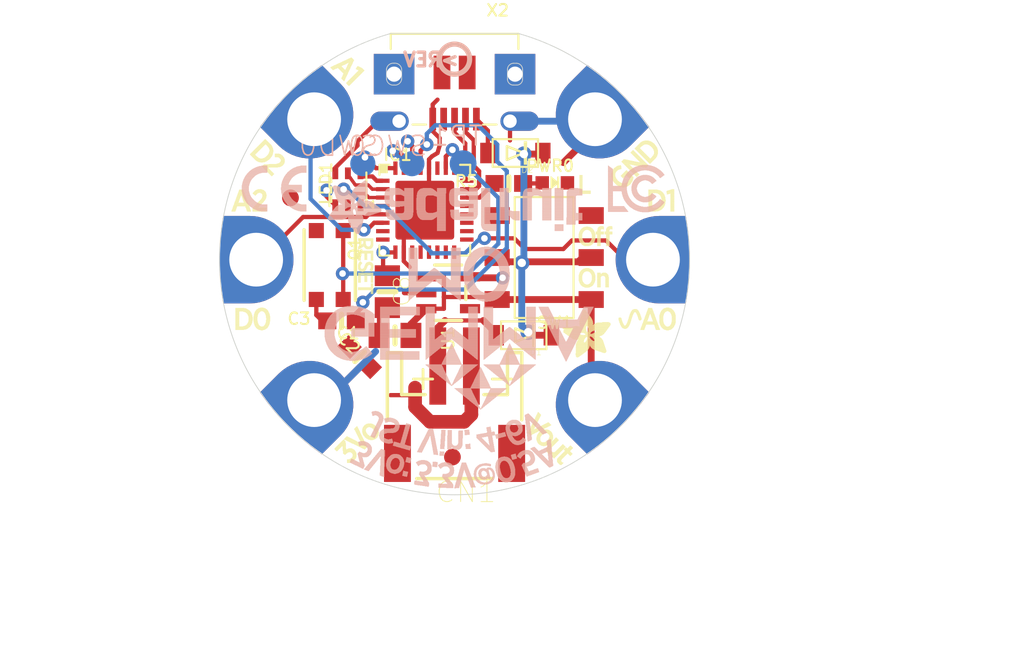
<source format=kicad_pcb>
(kicad_pcb (version 20211014) (generator pcbnew)
  (layers (0 "F.Cu" signal) (1 "In1.Cu" signal) (2 "In2.Cu" signal) (3 "In3.Cu" signal) (4 "In4.Cu" signal) (5 "In5.Cu" signal) (6 "In6.Cu" signal) (7 "In7.Cu" signal) (8 "In8.Cu" signal) (9 "In9.Cu" signal) (10 "In10.Cu" signal) (11 "In11.Cu" signal) (12 "In12.Cu" signal) (13 "In13.Cu" signal) (14 "In14.Cu" signal) (31 "B.Cu" signal) (34 "B.Paste" user) (35 "F.Paste" user) (36 "B.SilkS" user "B.Silkscreen") (37 "F.SilkS" user "F.Silkscreen") (38 "B.Mask" user) (39 "F.Mask" user) (44 "Edge.Cuts" user))
  (net 0 "")
  (net 1 "GND")
  (net 2 "VBUS")
  (net 3 "~{RESET}")
  (net 4 "VBAT")
  (net 5 "D-")
  (net 6 "D+")
  (net 7 "3.3V")
  (net 8 "SWCLK")
  (net 9 "SWDIO")
  (net 10 "D4")
  (net 11 "D3")
  (net 12 "D1_A0")
  (net 13 "VOUT")
  (net 14 "D0_SDA_TX")
  (net 15 "D2_SCL_RX")
  (net 16 "VDDCORE")
  (net 17 "VHIGH")
  (net 18 "D13")
  (net 19 "N$1")
  (footprint "boardEagle:SOD-123FL" (layer "F.Cu") (at 152.1206 98.387005 180)
    (fp_text reference "D2" (at -1.1 -1) (layer "F.SilkS") (effects (font (size 0.376489 0.376489) (thickness 0.029911)) (justify right)))
    (fp_text value "SCHOTTKY")
    (pad "A" smd rect (at 1.6375 0 180) (size 0.91 1.22) (layers "F.Cu" "F.Paste" "F.Mask") (net 2 "VBUS"))
    (pad "C" smd rect (at -1.6375 0 180) (size 0.91 1.22) (layers "F.Cu" "F.Paste" "F.Mask") (net 17 "VHIGH"))
  )
  (footprint "boardEagle:QFN32_5MM" (layer "F.Cu") (at 146.729485 101.789705)
    (fp_text reference "IC1" (at -2.54 -3.298) (layer "F.SilkS") (effects (font (size 0.692831 0.692831) (thickness 0.119969)) (justify left)))
    (fp_text value "ATSAMD21E")
    (pad "1" smd rect (at -2.5 -1.75 90) (size 0.25 0.8) (layers "F.Cu" "F.Paste") (net 11 "D3"))
    (pad "2" smd rect (at -2.5 -1.25 90) (size 0.25 0.8) (layers "F.Cu" "F.Paste") (net 10 "D4"))
    (pad "3" smd rect (at -2.5 -0.75 90) (size 0.25 0.8) (layers "F.Cu" "F.Paste") (net 12 "D1_A0"))
    (pad "4" smd rect (at -2.5 -0.25 90) (size 0.25 0.8) (layers "F.Cu" "F.Paste"))
    (pad "5" smd rect (at -2.5 0.25 90) (size 0.25 0.8) (layers "F.Cu" "F.Paste") (net 14 "D0_SDA_TX"))
    (pad "6" smd rect (at -2.5 0.75 90) (size 0.25 0.8) (layers "F.Cu" "F.Paste") (net 15 "D2_SCL_RX"))
    (pad "7" smd rect (at -2.5 1.25 90) (size 0.25 0.8) (layers "F.Cu" "F.Paste"))
    (pad "8" smd rect (at -2.5 1.75 90) (size 0.25 0.8) (layers "F.Cu" "F.Paste"))
    (pad "9" smd rect (at -1.75 2.5 180) (size 0.25 0.8) (layers "F.Cu" "F.Paste") (net 7 "3.3V"))
    (pad "10" smd rect (at -1.25 2.5 180) (size 0.25 0.8) (layers "F.Cu" "F.Paste") (net 1 "GND"))
    (pad "11" smd rect (at -0.75 2.5 180) (size 0.25 0.8) (layers "F.Cu" "F.Paste"))
    (pad "12" smd rect (at -0.25 2.5 180) (size 0.25 0.8) (layers "F.Cu" "F.Paste"))
    (pad "13" smd rect (at 0.25 2.5 180) (size 0.25 0.8) (layers "F.Cu" "F.Paste"))
    (pad "14" smd rect (at 0.75 2.5 180) (size 0.25 0.8) (layers "F.Cu" "F.Paste"))
    (pad "15" smd rect (at 1.25 2.5 180) (size 0.25 0.8) (layers "F.Cu" "F.Paste"))
    (pad "16" smd rect (at 1.75 2.5 180) (size 0.25 0.8) (layers "F.Cu" "F.Paste"))
    (pad "17" smd rect (at 2.5 1.75 270) (size 0.25 0.8) (layers "F.Cu" "F.Paste"))
    (pad "18" smd rect (at 2.5 1.25 270) (size 0.25 0.8) (layers "F.Cu" "F.Paste"))
    (pad "19" smd rect (at 2.5 0.75 270) (size 0.25 0.8) (layers "F.Cu" "F.Paste"))
    (pad "20" smd rect (at 2.5 0.25 270) (size 0.25 0.8) (layers "F.Cu" "F.Paste"))
    (pad "21" smd rect (at 2.5 -0.25 270) (size 0.25 0.8) (layers "F.Cu" "F.Paste"))
    (pad "22" smd rect (at 2.5 -0.75 270) (size 0.25 0.8) (layers "F.Cu" "F.Paste") (net 18 "D13"))
    (pad "23" smd rect (at 2.5 -1.25 270) (size 0.25 0.8) (layers "F.Cu" "F.Paste") (net 5 "D-"))
    (pad "24" smd rect (at 2.5 -1.75 270) (size 0.25 0.8) (layers "F.Cu" "F.Paste") (net 6 "D+"))
    (pad "25" smd rect (at 1.75 -2.5) (size 0.25 0.8) (layers "F.Cu" "F.Paste"))
    (pad "26" smd rect (at 1.25 -2.5) (size 0.25 0.8) (layers "F.Cu" "F.Paste") (net 3 "~{RESET}"))
    (pad "27" smd rect (at 0.75 -2.5) (size 0.25 0.8) (layers "F.Cu" "F.Paste"))
    (pad "28" smd rect (at 0.25 -2.5) (size 0.25 0.8) (layers "F.Cu" "F.Paste") (net 1 "GND"))
    (pad "29" smd rect (at -0.25 -2.5) (size 0.25 0.8) (layers "F.Cu" "F.Paste") (net 16 "VDDCORE"))
    (pad "30" smd rect (at -0.75 -2.5) (size 0.25 0.8) (layers "F.Cu" "F.Paste") (net 7 "3.3V"))
    (pad "31" smd rect (at -1.25 -2.5) (size 0.25 0.8) (layers "F.Cu" "F.Paste") (net 8 "SWCLK"))
    (pad "32" smd rect (at -1.75 -2.5) (size 0.25 0.8) (layers "F.Cu" "F.Paste") (net 9 "SWDIO"))
    (pad "33" smd roundrect (at 0 0) (size 3.5 3.5) (layers "F.Cu" "F.Mask") (roundrect_rratio 0.05) (net 1 "GND"))
  )
  (footprint "boardEagle:SEWALLI" (layer "F.Cu") (at 140.5001 112.738005 135)
    (fp_text reference "UNK3V3" hide)
    (fp_text value "SEWTAP-ALLIGATOR" hide)
    (fp_poly (pts (xy 1.097845 -2.657662) (xy 1.826708 -2.584729) (xy 2.6035 -2.467646) (xy 2.6035 -0.887081) (xy 2.584633 -0.575169) (xy 2.527959 -0.265914) (xy 2.434423 0.034255) (xy 2.305387 0.320961) (xy 2.142734 0.590022) (xy 1.948834 0.837517) (xy 1.726517 1.059834) (xy 1.479022 1.253734) (xy 1.209961 1.416387) (xy 0.923255 1.545423) (xy 0.623086 1.638959) (xy 0.313831 1.695633) (xy 0 1.714616) (xy -0.313831 1.695633) (xy -0.623086 1.638959) (xy -0.923255 1.545423) (xy -1.209961 1.416387) (xy -1.479022 1.253734) (xy -1.726517 1.059834) (xy -1.948834 0.837517) (xy -2.142734 0.590022) (xy -2.305387 0.320961) (xy -2.434423 0.034255) (xy -2.527959 -0.265914) (xy -2.584633 -0.575169) (xy -2.6035 -0.887081) (xy -2.6035 -2.467646) (xy -1.826708 -2.584729) (xy -1.097845 -2.657662) (xy -0.366252 -2.694174) (xy 0.366252 -2.694174)) (layer "F.Cu") (width 0) (fill solid))
    (fp_poly (pts (xy 1.097845 -2.657662) (xy 1.826708 -2.584729) (xy 2.6035 -2.467646) (xy 2.6035 -0.887081) (xy 2.584633 -0.575169) (xy 2.527959 -0.265914) (xy 2.434423 0.034255) (xy 2.305387 0.320961) (xy 2.142734 0.590022) (xy 1.948834 0.837517) (xy 1.726517 1.059834) (xy 1.479022 1.253734) (xy 1.209961 1.416387) (xy 0.923255 1.545423) (xy 0.623086 1.638959) (xy 0.313831 1.695633) (xy 0 1.714616) (xy -0.313831 1.695633) (xy -0.623086 1.638959) (xy -0.923255 1.545423) (xy -1.209961 1.416387) (xy -1.479022 1.253734) (xy -1.726517 1.059834) (xy -1.948834 0.837517) (xy -2.142734 0.590022) (xy -2.305387 0.320961) (xy -2.434423 0.034255) (xy -2.527959 -0.265914) (xy -2.584633 -0.575169) (xy -2.6035 -0.887081) (xy -2.6035 -2.467646) (xy -1.826708 -2.584729) (xy -1.097845 -2.657662) (xy -0.366252 -2.694174) (xy 0.366252 -2.694174)) (layer "B.Cu") (width 0) (fill solid))
    (pad "P$1" thru_hole circle (at 0 -0.508 135) (size 4.216 4.216) (drill 3.2) (layers *.Cu *.Mask) (net 7 "3.3V"))
  )
  (footprint "boardEagle:APA102_2020" (layer "F.Cu") (at 142.1511 100.546005 90)
    (fp_text reference "LED1" (at -1 -1.3 90) (layer "F.SilkS") (effects (font (size 0.692831 0.692831) (thickness 0.119969)) (justify left)))
    (fp_text value "AP102-2020")
    (pad "1" smd rect (at -0.95 0.75 270) (size 0.7 0.35) (layers "F.Cu" "F.Paste" "F.Mask"))
    (pad "2" smd rect (at -0.95 0 270) (size 0.7 0.35) (layers "F.Cu" "F.Paste" "F.Mask"))
    (pad "3" smd rect (at -0.95 -0.75 270) (size 0.7 0.35) (layers "F.Cu" "F.Paste" "F.Mask") (net 7 "3.3V"))
    (pad "4" smd rect (at 0.95 -0.75 270) (size 0.7 0.35) (layers "F.Cu" "F.Paste" "F.Mask") (net 1 "GND"))
    (pad "5" smd rect (at 0.95 0 270) (size 0.7 0.35) (layers "F.Cu" "F.Paste" "F.Mask") (net 10 "D4"))
    (pad "6" smd rect (at 0.95 0.75 270) (size 0.7 0.35) (layers "F.Cu" "F.Paste" "F.Mask") (net 11 "D3"))
  )
  (footprint "boardEagle:FIDUCIAL_1MM" (layer "F.Cu") (at 138.7331 101.055505 90)
    (fp_text reference "U$1" hide)
    (fp_text value "FIDUCIAL_1MM" hide)
    (pad "1" smd roundrect (at 0 0 90) (size 1 1) (layers "F.Cu" "F.Mask") (roundrect_rratio 0.5))
  )
  (footprint "boardEagle:SEWALLI" (layer "F.Cu") (at 140.5001 96.736005 45)
    (fp_text reference "B2" hide)
    (fp_text value "SEWTAP-ALLIGATOR" hide)
    (fp_poly (pts (xy 1.097845 -2.657662) (xy 1.826708 -2.584729) (xy 2.6035 -2.467646) (xy 2.6035 -0.887081) (xy 2.584633 -0.575169) (xy 2.527959 -0.265914) (xy 2.434423 0.034255) (xy 2.305387 0.320961) (xy 2.142734 0.590022) (xy 1.948834 0.837517) (xy 1.726517 1.059834) (xy 1.479022 1.253734) (xy 1.209961 1.416387) (xy 0.923255 1.545423) (xy 0.623086 1.638959) (xy 0.313831 1.695633) (xy 0 1.714616) (xy -0.313831 1.695633) (xy -0.623086 1.638959) (xy -0.923255 1.545423) (xy -1.209961 1.416387) (xy -1.479022 1.253734) (xy -1.726517 1.059834) (xy -1.948834 0.837517) (xy -2.142734 0.590022) (xy -2.305387 0.320961) (xy -2.434423 0.034255) (xy -2.527959 -0.265914) (xy -2.584633 -0.575169) (xy -2.6035 -0.887081) (xy -2.6035 -2.467646) (xy -1.826708 -2.584729) (xy -1.097845 -2.657662) (xy -0.366252 -2.694174) (xy 0.366252 -2.694174)) (layer "F.Cu") (width 0) (fill solid))
    (fp_poly (pts (xy 1.097845 -2.657662) (xy 1.826708 -2.584729) (xy 2.6035 -2.467646) (xy 2.6035 -0.887081) (xy 2.584633 -0.575169) (xy 2.527959 -0.265914) (xy 2.434423 0.034255) (xy 2.305387 0.320961) (xy 2.142734 0.590022) (xy 1.948834 0.837517) (xy 1.726517 1.059834) (xy 1.479022 1.253734) (xy 1.209961 1.416387) (xy 0.923255 1.545423) (xy 0.623086 1.638959) (xy 0.313831 1.695633) (xy 0 1.714616) (xy -0.313831 1.695633) (xy -0.623086 1.638959) (xy -0.923255 1.545423) (xy -1.209961 1.416387) (xy -1.479022 1.253734) (xy -1.726517 1.059834) (xy -1.948834 0.837517) (xy -2.142734 0.590022) (xy -2.305387 0.320961) (xy -2.434423 0.034255) (xy -2.527959 -0.265914) (xy -2.584633 -0.575169) (xy -2.6035 -0.887081) (xy -2.6035 -2.467646) (xy -1.826708 -2.584729) (xy -1.097845 -2.657662) (xy -0.366252 -2.694174) (xy 0.366252 -2.694174)) (layer "B.Cu") (width 0) (fill solid))
    (pad "P$1" thru_hole circle (at 0 -0.508 45) (size 4.216 4.216) (drill 3.2) (layers *.Cu *.Mask) (net 15 "D2_SCL_RX"))
  )
  (footprint "boardEagle:SEWALLI" (layer "F.Cu") (at 156.5021 96.736005 -45)
    (fp_text reference "GND0" hide)
    (fp_text value "SEWTAP-ALLIGATOR" hide)
    (fp_poly (pts (xy 1.097845 -2.657662) (xy 1.826708 -2.584729) (xy 2.6035 -2.467646) (xy 2.6035 -0.887081) (xy 2.584633 -0.575169) (xy 2.527959 -0.265914) (xy 2.434423 0.034255) (xy 2.305387 0.320961) (xy 2.142734 0.590022) (xy 1.948834 0.837517) (xy 1.726517 1.059834) (xy 1.479022 1.253734) (xy 1.209961 1.416387) (xy 0.923255 1.545423) (xy 0.623086 1.638959) (xy 0.313831 1.695633) (xy 0 1.714616) (xy -0.313831 1.695633) (xy -0.623086 1.638959) (xy -0.923255 1.545423) (xy -1.209961 1.416387) (xy -1.479022 1.253734) (xy -1.726517 1.059834) (xy -1.948834 0.837517) (xy -2.142734 0.590022) (xy -2.305387 0.320961) (xy -2.434423 0.034255) (xy -2.527959 -0.265914) (xy -2.584633 -0.575169) (xy -2.6035 -0.887081) (xy -2.6035 -2.467646) (xy -1.826708 -2.584729) (xy -1.097845 -2.657662) (xy -0.366252 -2.694174) (xy 0.366252 -2.694174)) (layer "F.Cu") (width 0) (fill solid))
    (fp_poly (pts (xy 1.097845 -2.657662) (xy 1.826708 -2.584729) (xy 2.6035 -2.467646) (xy 2.6035 -0.887081) (xy 2.584633 -0.575169) (xy 2.527959 -0.265914) (xy 2.434423 0.034255) (xy 2.305387 0.320961) (xy 2.142734 0.590022) (xy 1.948834 0.837517) (xy 1.726517 1.059834) (xy 1.479022 1.253734) (xy 1.209961 1.416387) (xy 0.923255 1.545423) (xy 0.623086 1.638959) (xy 0.313831 1.695633) (xy 0 1.714616) (xy -0.313831 1.695633) (xy -0.623086 1.638959) (xy -0.923255 1.545423) (xy -1.209961 1.416387) (xy -1.479022 1.253734) (xy -1.726517 1.059834) (xy -1.948834 0.837517) (xy -2.142734 0.590022) (xy -2.305387 0.320961) (xy -2.434423 0.034255) (xy -2.527959 -0.265914) (xy -2.584633 -0.575169) (xy -2.6035 -0.887081) (xy -2.6035 -2.467646) (xy -1.826708 -2.584729) (xy -1.097845 -2.657662) (xy -0.366252 -2.694174) (xy 0.366252 -2.694174)) (layer "B.Cu") (width 0) (fill solid))
    (pad "P$1" thru_hole circle (at 0 -0.508 315) (size 4.216 4.216) (drill 3.2) (layers *.Cu *.Mask) (net 1 "GND"))
  )
  (footprint "boardEagle:BTN_KMR2_4.6X2.8" (layer "F.Cu") (at 141.0716 105.054505 -90)
    (fp_text reference "Q1" (at -1.732 -1.503 90) (layer "F.SilkS") (effects (font (size 0.692831 0.692831) (thickness 0.119969)) (justify right)))
    (fp_text value "reset")
    (pad "A" smd rect (at 2.05 -0.8 270) (size 0.9 0.9) (layers "F.Cu" "F.Paste" "F.Mask") (net 3 "~{RESET}"))
    (pad "A'" smd rect (at -2.05 -0.8 270) (size 0.9 0.9) (layers "F.Cu" "F.Paste" "F.Mask") (net 3 "~{RESET}"))
    (pad "B" smd rect (at 2.05 0.8 270) (size 0.9 0.9) (layers "F.Cu" "F.Paste" "F.Mask") (net 1 "GND"))
    (pad "B'" smd rect (at -2.05 0.8 270) (size 0.9 0.9) (layers "F.Cu" "F.Paste" "F.Mask") (net 1 "GND"))
  )
  (footprint "boardEagle:EG1390" (layer "F.Cu") (at 153.8351 104.610005 90)
    (fp_text reference "SW1" (at -3.886 1.764) (layer "F.SilkS") (effects (font (size 0.692831 0.692831) (thickness 0.119969)) (justify right)))
    (fp_text value "EG1218")
    (pad "" np_thru_hole circle (at -1.5 0 90) (size 1 1) (drill 1) (layers *.Cu *.Mask))
    (pad "" np_thru_hole circle (at 1.5 0 90) (size 1 1) (drill 1) (layers *.Cu *.Mask))
    (pad "O1" smd rect (at -2.5 -2.8 90) (size 1 1.5) (layers "F.Cu" "F.Paste" "F.Mask") (net 13 "VOUT"))
    (pad "O2" smd rect (at -2.5 2.8 90) (size 1 1.5) (layers "F.Cu" "F.Paste" "F.Mask") (net 13 "VOUT"))
    (pad "P1" smd rect (at 0 -2.8 90) (size 1 1.5) (layers "F.Cu" "F.Paste" "F.Mask") (net 17 "VHIGH"))
    (pad "P2" smd rect (at 0 2.8 90) (size 1 1.5) (layers "F.Cu" "F.Paste" "F.Mask") (net 17 "VHIGH"))
    (pad "S1" smd rect (at 2.5 -2.8 90) (size 1 1.5) (layers "F.Cu" "F.Paste" "F.Mask"))
    (pad "S2" smd rect (at 2.5 2.8 90) (size 1 1.5) (layers "F.Cu" "F.Paste" "F.Mask"))
  )
  (footprint "boardEagle:0603-NO" (layer "F.Cu") (at 151.731893 100.199015 180)
    (fp_text reference "R5" (at 1.778 0.127003) (layer "F.SilkS") (effects (font (size 0.692831 0.692831) (thickness 0.119969)) (justify right)))
    (fp_text value "1K")
    (pad "1" smd rect (at -0.85 0 180) (size 1.075 1) (layers "F.Cu" "F.Paste" "F.Mask") (net 19 "N$1"))
    (pad "2" smd rect (at 0.85 0 180) (size 1.075 1) (layers "F.Cu" "F.Paste" "F.Mask") (net 18 "D13"))
  )
  (footprint "boardEagle:SOD-123FL" (layer "F.Cu") (at 152.6191 109.236005 180)
    (fp_text reference "D1" (at -1.1 -1) (layer "F.SilkS") (effects (font (size 0.376489 0.376489) (thickness 0.029911)) (justify right)))
    (fp_text value "SCHOTTKY")
    (pad "A" smd rect (at 1.6375 0 180) (size 0.91 1.22) (layers "F.Cu" "F.Paste" "F.Mask") (net 4 "VBAT"))
    (pad "C" smd rect (at -1.6375 0 180) (size 0.91 1.22) (layers "F.Cu" "F.Paste" "F.Mask") (net 17 "VHIGH"))
  )
  (footprint "boardEagle:SOT23-5" (layer "F.Cu") (at 148.1201 106.705505 -90)
    (fp_text reference "U1" (at 1.978 0 90) (layer "F.SilkS") (effects (font (size 0.692831 0.692831) (thickness 0.119969)) (justify right)))
    (fp_text value "AP2112K-3.3")
    (pad "1" smd rect (at -0.95 1.3001 270) (size 0.55 1.2) (layers "F.Cu" "F.Paste" "F.Mask") (net 13 "VOUT"))
    (pad "2" smd rect (at 0 1.3001 270) (size 0.55 1.2) (layers "F.Cu" "F.Paste" "F.Mask") (net 1 "GND"))
    (pad "3" smd rect (at 0.95 1.3001 270) (size 0.55 1.2) (layers "F.Cu" "F.Paste" "F.Mask") (net 13 "VOUT"))
    (pad "4" smd rect (at 0.95 -1.3001 270) (size 0.55 1.2) (layers "F.Cu" "F.Paste" "F.Mask"))
    (pad "5" smd rect (at -0.95 -1.3001 270) (size 0.55 1.2) (layers "F.Cu" "F.Paste" "F.Mask") (net 7 "3.3V"))
  )
  (footprint "boardEagle:0805-NO" (layer "F.Cu") (at 144.5006 106.642005 -90)
    (fp_text reference "C8" (at -1 -0.875 90) (layer "F.SilkS") (effects (font (size 0.96268 0.96268) (thickness 0.05332)) (justify right)))
    (fp_text value "10uF")
    (pad "1" smd rect (at -0.95 0 270) (size 1.24 1.5) (layers "F.Cu" "F.Paste" "F.Mask") (net 7 "3.3V"))
    (pad "2" smd rect (at 0.95 0 270) (size 1.24 1.5) (layers "F.Cu" "F.Paste" "F.Mask") (net 1 "GND"))
  )
  (footprint "boardEagle:4UCONN_20329_V2" (layer "F.Cu") (at 148.5011 95.593005 180)
    (fp_text reference "X2" (at -3.31 5.699) (layer "F.SilkS") (effects (font (size 0.692831 0.692831) (thickness 0.119969)) (justify right)))
    (fp_text value "MicroUSB")
    (fp_line (start 4.05 1.6) (end 4.05 2.2) (layer "Edge.Cuts") (width 0.05))
    (fp_line (start -3.15 1.6) (end -3.15 2.15) (layer "Edge.Cuts") (width 0.05))
    (fp_line (start 3.15 2.2) (end 3.15 1.6) (layer "Edge.Cuts") (width 0.05))
    (fp_line (start -3.7 1.25) (end -3.5 1.25) (layer "Edge.Cuts") (width 0.05))
    (fp_line (start -3.5 2.55) (end -3.7 2.55) (layer "Edge.Cuts") (width 0.05))
    (fp_line (start -4.05 2.15) (end -4.05 1.6) (layer "Edge.Cuts") (width 0.05))
    (fp_arc (start -3.7 2.55) (mid -3.957843 2.422487) (end -4.05 2.15) (layer "Edge.Cuts") (width 0.05))
    (fp_arc (start 3.15 1.6) (mid 3.302513 1.331802) (end 3.6 1.25) (layer "Edge.Cuts") (width 0.05))
    (fp_arc (start 4.05 2.2) (mid 3.897487 2.468198) (end 3.6 2.55) (layer "Edge.Cuts") (width 0.05))
    (fp_arc (start 3.6 1.25) (mid 3.897487 1.331802) (end 4.05 1.6) (layer "Edge.Cuts") (width 0.05))
    (fp_arc (start -3.5 1.25) (mid -3.252513 1.352513) (end -3.15 1.6) (layer "Edge.Cuts") (width 0.05))
    (fp_arc (start -3.15 2.15) (mid -3.242157 2.422487) (end -3.5 2.55) (layer "Edge.Cuts") (width 0.05))
    (fp_arc (start 3.6 2.55) (mid 3.302513 2.468198) (end 3.15 2.2) (layer "Edge.Cuts") (width 0.05))
    (fp_arc (start -4.05 1.6) (mid -3.947487 1.352513) (end -3.7 1.25) (layer "Edge.Cuts") (width 0.05))
    (pad "" np_thru_hole circle (at 1.95 0 180) (size 0.7 0.7) (drill 0.7) (layers *.Cu *.Mask))
    (pad "" np_thru_hole circle (at -1.95 0 180) (size 0.7 0.7) (drill 0.7) (layers *.Cu *.Mask))
    (pad "BASE@1" smd rect (at -0.75 2 270) (size 2 1) (layers "F.Cu" "F.Paste" "F.Mask") (net 1 "GND"))
    (pad "BASE@2" smd rect (at 0.75 2 270) (size 2 1) (layers "F.Cu" "F.Paste" "F.Mask") (net 1 "GND"))
    (pad "D+" smd rect (at 0 -0.775 180) (size 0.4 1.35) (layers "F.Cu") (net 6 "D+"))
    (pad "D-" smd rect (at -0.65 -0.775 180) (size 0.4 1.35) (layers "F.Cu") (net 5 "D-"))
    (pad "GND" smd rect (at 1.3 -0.775 180) (size 0.4 1.35) (layers "F.Cu") (net 1 "GND"))
    (pad "ID" smd rect (at 0.65 -0.775 180) (size 0.4 1.35) (layers "F.Cu"))
    (pad "SPRT@1" thru_hole oval (at -3.3 -0.9) (size 2.286 1.143) (drill 0.8 (offset 0.5715 0)) (layers *.Cu *.Mask) (net 1 "GND"))
    (pad "SPRT@2" thru_hole oval (at 3.3 -0.9 180) (size 2.286 1.143) (drill 0.8 (offset 0.5715 0)) (layers *.Cu *.Mask) (net 1 "GND"))
    (pad "SPRT@3" thru_hole rect (at -3.6 1.9 270) (size 2.413 2.413) (drill 0.9) (layers *.Cu *.Mask) (net 1 "GND"))
    (pad "SPRT@4" thru_hole rect (at 3.6 1.9 270) (size 2.413 2.413) (drill 0.9) (layers *.Cu *.Mask) (net 1 "GND"))
    (pad "VBUS" smd rect (at -1.3 -0.775 180) (size 0.4 1.35) (layers "F.Cu") (net 2 "VBUS"))
  )
  (footprint "boardEagle:0603-NO" (layer "F.Cu") (at 141.773294 108.379614 180)
    (fp_text reference "C3" (at 1.778 0.127) (layer "F.SilkS") (effects (font (size 0.692831 0.692831) (thickness 0.119969)) (justify right)))
    (fp_text value "1uF")
    (pad "1" smd rect (at -0.85 0 180) (size 1.075 1) (layers "F.Cu" "F.Paste" "F.Mask") (net 16 "VDDCORE"))
    (pad "2" smd rect (at 0.85 0 180) (size 1.075 1) (layers "F.Cu" "F.Paste" "F.Mask") (net 1 "GND"))
  )
  (footprint "boardEagle:SEWALLI" (layer "F.Cu") (at 159.8041 104.737005 -90)
    (fp_text reference "B1" hide)
    (fp_text value "SEWTAP-ALLIGATOR" hide)
    (fp_poly (pts (xy 1.097845 -2.657662) (xy 1.826708 -2.584729) (xy 2.6035 -2.467646) (xy 2.6035 -0.887081) (xy 2.584633 -0.575169) (xy 2.527959 -0.265914) (xy 2.434423 0.034255) (xy 2.305387 0.320961) (xy 2.142734 0.590022) (xy 1.948834 0.837517) (xy 1.726517 1.059834) (xy 1.479022 1.253734) (xy 1.209961 1.416387) (xy 0.923255 1.545423) (xy 0.623086 1.638959) (xy 0.313831 1.695633) (xy 0 1.714616) (xy -0.313831 1.695633) (xy -0.623086 1.638959) (xy -0.923255 1.545423) (xy -1.209961 1.416387) (xy -1.479022 1.253734) (xy -1.726517 1.059834) (xy -1.948834 0.837517) (xy -2.142734 0.590022) (xy -2.305387 0.320961) (xy -2.434423 0.034255) (xy -2.527959 -0.265914) (xy -2.584633 -0.575169) (xy -2.6035 -0.887081) (xy -2.6035 -2.467646) (xy -1.826708 -2.584729) (xy -1.097845 -2.657662) (xy -0.366252 -2.694174) (xy 0.366252 -2.694174)) (layer "F.Cu") (width 0) (fill solid))
    (fp_poly (pts (xy 1.097845 -2.657662) (xy 1.826708 -2.584729) (xy 2.6035 -2.467646) (xy 2.6035 -0.887081) (xy 2.584633 -0.575169) (xy 2.527959 -0.265914) (xy 2.434423 0.034255) (xy 2.305387 0.320961) (xy 2.142734 0.590022) (xy 1.948834 0.837517) (xy 1.726517 1.059834) (xy 1.479022 1.253734) (xy 1.209961 1.416387) (xy 0.923255 1.545423) (xy 0.623086 1.638959) (xy 0.313831 1.695633) (xy 0 1.714616) (xy -0.313831 1.695633) (xy -0.623086 1.638959) (xy -0.923255 1.545423) (xy -1.209961 1.416387) (xy -1.479022 1.253734) (xy -1.726517 1.059834) (xy -1.948834 0.837517) (xy -2.142734 0.590022) (xy -2.305387 0.320961) (xy -2.434423 0.034255) (xy -2.527959 -0.265914) (xy -2.584633 -0.575169) (xy -2.6035 -0.887081) (xy -2.6035 -2.467646) (xy -1.826708 -2.584729) (xy -1.097845 -2.657662) (xy -0.366252 -2.694174) (xy 0.366252 -2.694174)) (layer "B.Cu") (width 0) (fill solid))
    (pad "P$1" thru_hole circle (at 0 -0.508 270) (size 4.216 4.216) (drill 3.2) (layers *.Cu *.Mask) (net 12 "D1_A0"))
  )
  (footprint "boardEagle:0805-NO" (layer "F.Cu") (at 144.9546 109.245505 180)
    (fp_text reference "C1" (at 2.032 0.127) (layer "F.SilkS") (effects (font (size 0.692831 0.692831) (thickness 0.119969)) (justify right)))
    (fp_text value "10uF")
    (pad "1" smd rect (at -0.95 0 180) (size 1.24 1.5) (layers "F.Cu" "F.Paste" "F.Mask") (net 13 "VOUT"))
    (pad "2" smd rect (at 0.95 0 180) (size 1.24 1.5) (layers "F.Cu" "F.Paste" "F.Mask") (net 1 "GND"))
  )
  (footprint "boardEagle:JSTPH2" (layer "F.Cu") (at 148.5011 114.770005 180)
    (fp_text reference "CN1" (at -2.54 -3.81) (layer "F.SilkS") (effects (font (size 1.21668 1.21668) (thickness 0.05332)) (justify right)))
    (fp_text value "JST-PH")
    (pad "1" smd rect (at -1 3.7 180) (size 1 4.6) (layers "F.Cu" "F.Paste" "F.Mask") (net 1 "GND"))
    (pad "2" smd rect (at 1 3.7 180) (size 1 4.6) (layers "F.Cu" "F.Paste" "F.Mask") (net 4 "VBAT"))
    (pad "NC1" smd rect (at -3.4 -1.5 270) (size 3.4 1.6) (layers "F.Cu" "F.Paste" "F.Mask"))
    (pad "NC2" smd rect (at 3.4 -1.5 270) (size 3.4 1.6) (layers "F.Cu" "F.Paste" "F.Mask"))
  )
  (footprint "boardEagle:SEWALLI" (layer "F.Cu") (at 156.5021 112.738005 -135)
    (fp_text reference "VBAT0" hide)
    (fp_text value "SEWTAP-ALLIGATOR" hide)
    (fp_poly (pts (xy 1.097845 -2.657662) (xy 1.826708 -2.584729) (xy 2.6035 -2.467646) (xy 2.6035 -0.887081) (xy 2.584633 -0.575169) (xy 2.527959 -0.265914) (xy 2.434423 0.034255) (xy 2.305387 0.320961) (xy 2.142734 0.590022) (xy 1.948834 0.837517) (xy 1.726517 1.059834) (xy 1.479022 1.253734) (xy 1.209961 1.416387) (xy 0.923255 1.545423) (xy 0.623086 1.638959) (xy 0.313831 1.695633) (xy 0 1.714616) (xy -0.313831 1.695633) (xy -0.623086 1.638959) (xy -0.923255 1.545423) (xy -1.209961 1.416387) (xy -1.479022 1.253734) (xy -1.726517 1.059834) (xy -1.948834 0.837517) (xy -2.142734 0.590022) (xy -2.305387 0.320961) (xy -2.434423 0.034255) (xy -2.527959 -0.265914) (xy -2.584633 -0.575169) (xy -2.6035 -0.887081) (xy -2.6035 -2.467646) (xy -1.826708 -2.584729) (xy -1.097845 -2.657662) (xy -0.366252 -2.694174) (xy 0.366252 -2.694174)) (layer "F.Cu") (width 0) (fill solid))
    (fp_poly (pts (xy 1.097845 -2.657662) (xy 1.826708 -2.584729) (xy 2.6035 -2.467646) (xy 2.6035 -0.887081) (xy 2.584633 -0.575169) (xy 2.527959 -0.265914) (xy 2.434423 0.034255) (xy 2.305387 0.320961) (xy 2.142734 0.590022) (xy 1.948834 0.837517) (xy 1.726517 1.059834) (xy 1.479022 1.253734) (xy 1.209961 1.416387) (xy 0.923255 1.545423) (xy 0.623086 1.638959) (xy 0.313831 1.695633) (xy 0 1.714616) (xy -0.313831 1.695633) (xy -0.623086 1.638959) (xy -0.923255 1.545423) (xy -1.209961 1.416387) (xy -1.479022 1.253734) (xy -1.726517 1.059834) (xy -1.948834 0.837517) (xy -2.142734 0.590022) (xy -2.305387 0.320961) (xy -2.434423 0.034255) (xy -2.527959 -0.265914) (xy -2.584633 -0.575169) (xy -2.6035 -0.887081) (xy -2.6035 -2.467646) (xy -1.826708 -2.584729) (xy -1.097845 -2.657662) (xy -0.366252 -2.694174) (xy 0.366252 -2.694174)) (layer "B.Cu") (width 0) (fill solid))
    (pad "P$1" thru_hole circle (at 0 -0.508 225) (size 4.216 4.216) (drill 3.2) (layers *.Cu *.Mask) (net 13 "VOUT"))
  )
  (footprint "boardEagle:GEMMA_M0_TOP" (layer "F.Cu") (at 134.5311 118.707005)
    (fp_text reference "U$8" hide)
    (fp_text value "" hide)
  )
  (footprint "boardEagle:SEWALLI" (layer "F.Cu") (at 137.1981 104.737005 90)
    (fp_text reference "B0" hide)
    (fp_text value "SEWTAP-ALLIGATOR" hide)
    (fp_poly (pts (xy 1.097845 -2.657662) (xy 1.826708 -2.584729) (xy 2.6035 -2.467646) (xy 2.6035 -0.887081) (xy 2.584633 -0.575169) (xy 2.527959 -0.265914) (xy 2.434423 0.034255) (xy 2.305387 0.320961) (xy 2.142734 0.590022) (xy 1.948834 0.837517) (xy 1.726517 1.059834) (xy 1.479022 1.253734) (xy 1.209961 1.416387) (xy 0.923255 1.545423) (xy 0.623086 1.638959) (xy 0.313831 1.695633) (xy 0 1.714616) (xy -0.313831 1.695633) (xy -0.623086 1.638959) (xy -0.923255 1.545423) (xy -1.209961 1.416387) (xy -1.479022 1.253734) (xy -1.726517 1.059834) (xy -1.948834 0.837517) (xy -2.142734 0.590022) (xy -2.305387 0.320961) (xy -2.434423 0.034255) (xy -2.527959 -0.265914) (xy -2.584633 -0.575169) (xy -2.6035 -0.887081) (xy -2.6035 -2.467646) (xy -1.826708 -2.584729) (xy -1.097845 -2.657662) (xy -0.366252 -2.694174) (xy 0.366252 -2.694174)) (layer "F.Cu") (width 0) (fill solid))
    (fp_poly (pts (xy 1.097845 -2.657662) (xy 1.826708 -2.584729) (xy 2.6035 -2.467646) (xy 2.6035 -0.887081) (xy 2.584633 -0.575169) (xy 2.527959 -0.265914) (xy 2.434423 0.034255) (xy 2.305387 0.320961) (xy 2.142734 0.590022) (xy 1.948834 0.837517) (xy 1.726517 1.059834) (xy 1.479022 1.253734) (xy 1.209961 1.416387) (xy 0.923255 1.545423) (xy 0.623086 1.638959) (xy 0.313831 1.695633) (xy 0 1.714616) (xy -0.313831 1.695633) (xy -0.623086 1.638959) (xy -0.923255 1.545423) (xy -1.209961 1.416387) (xy -1.479022 1.253734) (xy -1.726517 1.059834) (xy -1.948834 0.837517) (xy -2.142734 0.590022) (xy -2.305387 0.320961) (xy -2.434423 0.034255) (xy -2.527959 -0.265914) (xy -2.584633 -0.575169) (xy -2.6035 -0.887081) (xy -2.6035 -2.467646) (xy -1.826708 -2.584729) (xy -1.097845 -2.657662) (xy -0.366252 -2.694174) (xy 0.366252 -2.694174)) (layer "B.Cu") (width 0) (fill solid))
    (pad "P$1" thru_hole circle (at 0 -0.508 90) (size 4.216 4.216) (drill 3.2) (layers *.Cu *.Mask) (net 14 "D0_SDA_TX"))
  )
  (footprint "boardEagle:FIDUCIAL_1MM" (layer "F.Cu") (at 148.3741 116.487505)
    (fp_text reference "U$6" hide)
    (fp_text value "FIDUCIAL_1MM" hide)
    (pad "1" smd roundrect (at 0 0) (size 1 1) (layers "F.Cu" "F.Mask") (roundrect_rratio 0.5))
  )
  (footprint "boardEagle:0603-NO" (layer "F.Cu") (at 142.8496 110.515505 135)
    (fp_text reference "C2" (at 1.778 0.127008 -45) (layer "F.SilkS") (effects (font (size 0.692831 0.692831) (thickness 0.119969)) (justify left)))
    (fp_text value "1uF")
    (pad "1" smd rect (at -0.85 0 135) (size 1.075 1) (layers "F.Cu" "F.Paste" "F.Mask") (net 7 "3.3V"))
    (pad "2" smd rect (at 0.85 0 135) (size 1.075 1) (layers "F.Cu" "F.Paste" "F.Mask") (net 1 "GND"))
  )
  (footprint "boardEagle:CHIPLED_0603_NOOUTLINE" (layer "F.Cu") (at 154.4701 100.165005 -90)
    (fp_text reference "PWR0" (at -1.016 1.778) (layer "F.SilkS") (effects (font (size 0.692831 0.692831) (thickness 0.119969)) (justify left)))
    (fp_text value "red")
    (pad "A" smd rect (at 0 0.75 270) (size 0.8 0.8) (layers "F.Cu" "F.Paste" "F.Mask") (net 19 "N$1"))
    (pad "C" smd rect (at 0 -0.75 270) (size 0.8 0.8) (layers "F.Cu" "F.Paste" "F.Mask") (net 1 "GND"))
  )
  (footprint "boardEagle:TP16R" (layer "B.Cu") (at 149.0091 99.022005 180)
    (fp_text reference "TP1" (at -1.27 1.651) (layer "B.SilkS") (effects (font (size 1.15316 1.15316) (thickness 0.11684)) (justify left mirror)))
    (fp_text value "TPTP16R")
    (pad "TP" smd roundrect (at 0 0 180) (size 1.6 1.6) (layers "B.Cu" "B.Mask") (roundrect_rratio 0.5) (net 3 "~{RESET}"))
  )
  (footprint "boardEagle:PCBFEAT-REV-040" (layer "B.Cu") (at 148.5011 92.799005 180)
    (fp_text reference "U$10" hide)
    (fp_text value "" hide)
    (fp_text user ">REV" (at -0.3556 -0.508) (layer "B.SilkS") (effects (font (size 0.8128 0.8128) (thickness 0.2032)) (justify left bottom mirror)))
  )
  (footprint "boardEagle:GEMMA_M0_BOTTOM" (layer "B.Cu") (at 134.5311 91.402005)
    (fp_text reference "U$7" hide)
    (fp_text value "" hide)
  )
  (footprint "boardEagle:TP15R" (layer "B.Cu") (at 145.9611 99.022005 180)
    (fp_text reference "SWC0" (at -1 1.05) (layer "B.SilkS") (effects (font (size 1.176528 1.176528) (thickness 0.093472)) (justify left mirror)))
    (fp_text value "TPTP15R")
    (pad "TP" smd roundrect (at 0 0 180) (size 1.5 1.5) (layers "B.Cu" "B.Mask") (roundrect_rratio 0.5) (net 8 "SWCLK"))
  )
  (footprint "boardEagle:TP15R" (layer "B.Cu") (at 143.0401 99.022005 180)
    (fp_text reference "SWD0" (at -1 1.05) (layer "B.SilkS") (effects (font (size 1.176528 1.176528) (thickness 0.093472)) (justify left mirror)))
    (fp_text value "TPTP15R")
    (pad "TP" smd roundrect (at 0 0 180) (size 1.5 1.5) (layers "B.Cu" "B.Mask") (roundrect_rratio 0.5) (net 9 "SWDIO"))
  )
  (gr_line (start 144.6911 91.275005) (end 152.3111 91.275005) (layer "Edge.Cuts") (width 0.05))
  (gr_arc (start 152.3111 91.275005) (mid 148.5011 118.732194) (end 144.6911 91.275005) (layer "Edge.Cuts") (width 0.05))
  (gr_text "-" (at 150.2791 112.611005) (layer "F.SilkS") (effects (font (size 1.50876 1.50876) (thickness 0.16764)) (justify left bottom)))
  (gr_text "+" (at 145.5801 112.611005) (layer "F.SilkS") (effects (font (size 1.50876 1.50876) (thickness 0.16764)) (justify left bottom)))
  (segment (start 147.2011 97.087005) (end 147.2011 96.368005) (width 0.254) (layer "F.Cu") (net 1))
  (segment (start 140.2716 108.035005) (end 140.61621 108.379614) (width 0.254) (layer "F.Cu") (net 1))
  (segment (start 147.1676 98.577505) (end 146.979485 98.765621) (width 0.254) (layer "F.Cu") (net 1))
  (segment (start 156.861309 97.075296) (end 156.861309 96.376796) (width 0.4064) (layer "F.Cu") (net 1))
  (segment (start 147.4851 98.387005) (end 147.1676 98.577505) (width 0.254) (layer "F.Cu") (net 1))
  (segment (start 149.5011 111.070005) (end 149.5011 113.960505) (width 0.8128) (layer "F.Cu") (net 1))
  (segment (start 145.479485 104.289705) (end 145.479485 104.826889) (width 0.254) (layer "F.Cu") (net 1))
  (segment (start 140.61621 108.379614) (end 140.923294 108.379614) (width 0.254) (layer "F.Cu") (net 1))
  (segment (start 142.7226 97.688505) (end 143.9181 96.493005) (width 0.254) (layer "F.Cu") (net 1))
  (segment (start 144.2466 107.592005) (end 144.5006 107.592005) (width 0.254) (layer "F.Cu") (net 1))
  (segment (start 143.9181 96.493005) (end 145.2011 96.493005) (width 0.254) (layer "F.Cu") (net 1))
  (segment (start 146.979485 99.289705) (end 146.979485 101.476205) (width 0.254) (layer "F.Cu") (net 1))
  (segment (start 145.479485 104.826889) (end 145.8341 105.181505) (width 0.254) (layer "F.Cu") (net 1))
  (segment (start 146.1516 112.801505) (end 146.1516 112.357005) (width 0.8128) (layer "F.Cu") (net 1))
  (segment (start 147.6121 97.498005) (end 147.2011 97.087005) (width 0.254) (layer "F.Cu") (net 1))
  (segment (start 147.2011 95.496005) (end 147.4851 95.212005) (width 0.254) (layer "F.Cu") (net 1))
  (segment (start 145.5141 106.705505) (end 146.82 106.705505) (width 0.3048) (layer "F.Cu") (net 1))
  (segment (start 141.4011 99.264005) (end 141.4011 99.596005) (width 0.254) (layer "F.Cu") (net 1))
  (segment (start 147.6121 97.942505) (end 147.6121 97.498005) (width 0.254) (layer "F.Cu") (net 1))
  (segment (start 149.0726 114.389005) (end 147.0406 114.389005) (width 0.8128) (layer "F.Cu") (net 1))
  (segment (start 144.0046 109.245505) (end 144.0046 107.834005) (width 0.254) (layer "F.Cu") (net 1))
  (segment (start 146.979485 101.476205) (end 146.729485 101.726205) (width 0.254) (layer "F.Cu") (net 1))
  (segment (start 145.479485 102.976205) (end 146.729485 101.726205) (width 0.254) (layer "F.Cu") (net 1))
  (segment (start 146.729485 101.726205) (end 146.729485 101.789705) (width 0.254) (layer "F.Cu") (net 1))
  (segment (start 142.7226 97.942505) (end 142.7226 97.688505) (width 0.254) (layer "F.Cu") (net 1))
  (segment (start 145.2011 96.611005) (end 145.2011 96.493005) (width 0.254) (layer "F.Cu") (net 1))
  (segment (start 149.5011 113.960505) (end 149.0726 114.389005) (width 0.8128) (layer "F.Cu") (net 1))
  (segment (start 147.2011 96.368005) (end 147.2011 95.496005) (width 0.254) (layer "F.Cu") (net 1))
  (segment (start 146.1516 113.500005) (end 146.1516 112.801505) (width 0.8128) (layer "F.Cu") (net 1))
  (segment (start 151.8011 96.493005) (end 151.917309 96.376796) (width 0.254) (layer "F.Cu") (net 1))
  (segment (start 147.0406 114.389005) (end 146.1516 113.500005) (width 0.8128) (layer "F.Cu") (net 1))
  (segment (start 145.479485 104.289705) (end 145.479485 102.976205) (width 0.254) (layer "F.Cu") (net 1))
  (segment (start 147.6121 97.942505) (end 147.4851 98.387005) (width 0.254) (layer "F.Cu") (net 1))
  (segment (start 154.9781 98.958505) (end 156.861309 97.075296) (width 0.4064) (layer "F.Cu") (net 1))
  (segment (start 141.4011 99.264005) (end 142.7226 97.942505) (width 0.254) (layer "F.Cu") (net 1))
  (segment (start 146.979485 99.289705) (end 146.979485 98.765621) (width 0.254) (layer "F.Cu") (net 1))
  (segment (start 140.2716 107.104505) (end 140.2716 108.035005) (width 0.254) (layer "F.Cu") (net 1))
  (segment (start 144.0046 107.834005) (end 144.2466 107.592005) (width 0.254) (layer "F.Cu") (net 1))
  (segment (start 144.6911 112.801505) (end 146.1516 112.801505) (width 0.254) (layer "F.Cu") (net 1))
  (segment (start 151.8011 97.639005) (end 151.8011 96.493005) (width 0.254) (layer "F.Cu") (net 1))
  (segment (start 156.628946 96.493005) (end 151.8011 96.493005) (width 0.4064) (layer "B.Cu") (net 1))
  (segment (start 156.861309 96.725368) (end 156.628946 96.493005) (width 0.4064) (layer "B.Cu") (net 1))
  (segment (start 156.861309 96.376796) (end 156.7451 96.493005) (width 0.4064) (layer "B.Cu") (net 1))
  (segment (start 156.7451 96.493005) (end 156.628946 96.493005) (width 0.4064) (layer "B.Cu") (net 1))
  (segment (start 149.8011 96.368005) (end 150.4831 97.050005) (width 0.254) (layer "F.Cu") (net 2))
  (segment (start 150.4831 97.050005) (end 150.4831 98.387005) (width 0.254) (layer "F.Cu") (net 2))
  (segment (start 141.8716 103.175005) (end 141.8716 103.004505) (width 0.254) (layer "F.Cu") (net 3))
  (segment (start 147.979485 98.591121) (end 148.3741 98.196505) (width 0.254) (layer "F.Cu") (net 3))
  (segment (start 141.8336 105.562505) (end 141.8716 105.600505) (width 0.254) (layer "F.Cu") (net 3))
  (segment (start 141.8716 105.600505) (end 141.8716 107.104505) (width 0.254) (layer "F.Cu") (net 3))
  (segment (start 147.979485 99.289705) (end 147.979485 98.591121) (width 0.254) (layer "F.Cu") (net 3))
  (segment (start 141.8336 105.562505) (end 141.8716 105.524505) (width 0.254) (layer "F.Cu") (net 3))
  (segment (start 141.8716 105.524505) (end 141.8716 103.004505) (width 0.254) (layer "F.Cu") (net 3))
  (via (at 141.8336 105.562505) (size 0.8001) (drill 0.3937) (layers "F.Cu" "B.Cu") (net 3))
  (via (at 148.3741 98.196505) (size 0.8001) (drill 0.3937) (layers "F.Cu" "B.Cu") (net 3))
  (segment (start 149.3266 105.562505) (end 141.8336 105.562505) (width 0.254) (layer "B.Cu") (net 3))
  (segment (start 149.0091 98.958505) (end 151.1046 101.054005) (width 0.254) (layer "B.Cu") (net 3))
  (segment (start 148.9456 98.895005) (end 149.0091 98.958505) (width 0.254) (layer "B.Cu") (net 3))
  (segment (start 148.9456 98.895005) (end 148.9456 98.768005) (width 0.254) (layer "B.Cu") (net 3))
  (segment (start 148.9456 98.768005) (end 148.3741 98.196505) (width 0.254) (layer "B.Cu") (net 3))
  (segment (start 151.1046 101.054005) (end 151.1046 103.784505) (width 0.254) (layer "B.Cu") (net 3))
  (segment (start 151.1046 103.784505) (end 149.3266 105.562505) (width 0.254) (layer "B.Cu") (net 3))
  (segment (start 149.0091 99.022005) (end 149.0091 98.958505) (width 0.254) (layer "B.Cu") (net 3))
  (segment (start 150.2156 108.356505) (end 150.9816 109.122505) (width 0.4064) (layer "F.Cu") (net 4))
  (segment (start 150.9816 109.122505) (end 150.9816 109.236005) (width 0.4064) (layer "F.Cu") (net 4))
  (segment (start 150.9816 109.236005) (end 150.9816 108.995505) (width 0.254) (layer "F.Cu") (net 4))
  (segment (start 147.9296 108.356505) (end 147.5011 108.785005) (width 0.4064) (layer "F.Cu") (net 4))
  (segment (start 150.2156 108.356505) (end 147.9296 108.356505) (width 0.254) (layer "F.Cu") (net 4))
  (segment (start 147.5011 108.785005) (end 147.5011 111.070005) (width 0.4064) (layer "F.Cu") (net 4))
  (segment (start 147.4851 111.054005) (end 147.5011 111.070005) (width 0.254) (layer "F.Cu") (net 4))
  (segment (start 149.6441 99.149005) (end 149.9616 99.466505) (width 0.254) (layer "F.Cu") (net 5))
  (segment (start 149.1511 97.132005) (end 149.6441 97.625005) (width 0.254) (layer "F.Cu") (net 5))
  (segment (start 149.7774 100.539705) (end 149.229484 100.539705) (width 0.254) (layer "F.Cu") (net 5))
  (segment (start 149.9616 99.466505) (end 149.9616 100.355505) (width 0.254) (layer "F.Cu") (net 5))
  (segment (start 149.6441 97.625005) (end 149.6441 99.149005) (width 0.254) (layer "F.Cu") (net 5))
  (segment (start 149.9616 100.355505) (end 149.7774 100.539705) (width 0.254) (layer "F.Cu") (net 5))
  (segment (start 149.1511 97.132005) (end 149.1511 96.368005) (width 0.254) (layer "F.Cu") (net 5))
  (segment (start 149.229484 99.976205) (end 149.1361 99.882821) (width 0.254) (layer "F.Cu") (net 6))
  (segment (start 149.229484 100.039705) (end 149.229484 99.976205) (width 0.254) (layer "F.Cu") (net 6))
  (segment (start 148.5011 97.180505) (end 149.1361 97.815505) (width 0.254) (layer "F.Cu") (net 6))
  (segment (start 148.5011 96.368005) (end 148.5011 97.180505) (width 0.254) (layer "F.Cu") (net 6))
  (segment (start 149.1361 97.815505) (end 149.1361 99.882821) (width 0.254) (layer "F.Cu") (net 6))
  (segment (start 149.4202 105.755505) (end 149.4812 105.816505) (width 0.4064) (layer "F.Cu") (net 7))
  (segment (start 142.88356 111.116545) (end 140.902891 113.097214) (width 0.4064) (layer "F.Cu") (net 7))
  (segment (start 145.979485 97.96089) (end 145.7071 97.688505) (width 0.254) (layer "F.Cu") (net 7))
  (segment (start 144.2466 105.438005) (end 144.2466 104.305205) (width 0.254) (layer "F.Cu") (net 7))
  (segment (start 149.4812 105.816505) (end 151.3586 105.816505) (width 0.4064) (layer "F.Cu") (net 7))
  (segment (start 141.4011 101.496005) (end 140.8811 100.976005) (width 0.254) (layer "F.Cu") (net 7))
  (segment (start 140.902891 113.097214) (end 140.140891 113.097214) (width 0.4064) (layer "F.Cu") (net 7))
  (segment (start 143.450644 111.116545) (end 142.88356 111.116545) (width 0.4064) (layer "F.Cu") (net 7))
  (segment (start 144.979485 104.289705) (end 144.963985 104.305205) (width 0.254) (layer "F.Cu") (net 7))
  (segment (start 140.8811 100.976005) (end 140.8811 100.609505) (width 0.254) (layer "F.Cu") (net 7))
  (segment (start 144.3101 104.368705) (end 144.2466 104.305205) (width 0.254) (layer "F.Cu") (net 7))
  (segment (start 144.5006 105.692005) (end 144.2466 105.438005) (width 0.254) (layer "F.Cu") (net 7))
  (segment (start 144.963985 104.305205) (end 144.2466 104.305205) (width 0.254) (layer "F.Cu") (net 7))
  (segment (start 145.979485 99.289705) (end 145.979485 97.96089) (width 0.254) (layer "F.Cu") (net 7))
  (via (at 144.2466 104.305205) (size 0.8001) (drill 0.3937) (layers "F.Cu" "B.Cu") (net 7))
  (via (at 140.8811 100.609505) (size 0.8001) (drill 0.3937) (layers "F.Cu" "B.Cu") (net 7))
  (via (at 145.7071 97.688505) (size 0.8001) (drill 0.3937) (layers "F.Cu" "B.Cu") (net 7))
  (via (at 151.3586 105.816505) (size 0.8001) (drill 0.3937) (layers "F.Cu" "B.Cu") (net 7))
  (segment (start 140.140891 113.097214) (end 140.902891 113.097214) (width 0.254) (layer "B.Cu") (net 7))
  (segment (start 140.902891 113.097214) (end 143.8021 110.198005) (width 0.4064) (layer "B.Cu") (net 7))
  (segment (start 145.1356 98.260005) (end 144.8181 98.260005) (width 0.254) (layer "F.Cu") (net 8))
  (segment (start 145.479485 98.60389) (end 145.479485 99.289705) (width 0.254) (layer "F.Cu") (net 8))
  (segment (start 145.1356 98.260005) (end 145.479485 98.60389) (width 0.254) (layer "F.Cu") (net 8))
  (via (at 144.8181 98.260005) (size 0.8001) (drill 0.3937) (layers "F.Cu" "B.Cu") (net 8))
  (segment (start 145.5801 99.022005) (end 144.8181 98.260005) (width 0.254) (layer "B.Cu") (net 8))
  (segment (start 145.9611 99.022005) (end 145.5801 99.022005) (width 0.254) (layer "B.Cu") (net 8))
  (segment (start 143.8158 99.289705) (end 143.1671 98.641005) (width 0.254) (layer "F.Cu") (net 9))
  (segment (start 144.979485 99.289705) (end 143.8158 99.289705) (width 0.254) (layer "F.Cu") (net 9))
  (via (at 143.1671 98.641005) (size 0.8001) (drill 0.3937) (layers "F.Cu" "B.Cu") (net 9))
  (segment (start 143.0401 99.022005) (end 143.0401 98.768005) (width 0.254) (layer "B.Cu") (net 9))
  (segment (start 143.0401 98.768005) (end 143.1671 98.641005) (width 0.254) (layer "B.Cu") (net 9))
  (segment (start 143.3576 100.292005) (end 143.6053 100.539705) (width 0.2032) (layer "F.Cu") (net 10))
  (segment (start 142.1511 99.720505) (end 142.1511 99.596005) (width 0.2032) (layer "F.Cu") (net 10))
  (segment (start 142.2781 99.847505) (end 142.1511 99.720505) (width 0.2032) (layer "F.Cu") (net 10))
  (segment (start 142.2781 99.847505) (end 142.5956 100.292005) (width 0.2032) (layer "F.Cu") (net 10))
  (segment (start 142.5956 100.292005) (end 143.3576 100.292005) (width 0.2032) (layer "F.Cu") (net 10))
  (segment (start 143.6053 100.539705) (end 144.229485 100.539705) (width 0.2032) (layer "F.Cu") (net 10))
  (segment (start 144.1848 100.039705) (end 143.8673 100.039705) (width 0.254) (layer "F.Cu") (net 11))
  (segment (start 144.1848 100.039705) (end 144.229485 100.039705) (width 0.2032) (layer "F.Cu") (net 11))
  (segment (start 143.8673 100.039705) (end 143.6116 99.784005) (width 0.254) (layer "F.Cu") (net 11))
  (segment (start 143.0891 99.784005) (end 142.9011 99.596005) (width 0.254) (layer "F.Cu") (net 11))
  (segment (start 143.6116 99.784005) (end 143.0891 99.784005) (width 0.254) (layer "F.Cu") (net 11))
  (segment (start 152.6921 104.102005) (end 152.0571 103.467005) (width 0.254) (layer "F.Cu") (net 12))
  (segment (start 144.229485 101.039705) (end 143.4068 101.039705) (width 0.2032) (layer "F.Cu") (net 12))
  (segment (start 155.4861 103.594005) (end 154.9781 104.102005) (width 0.254) (layer "F.Cu") (net 12))
  (segment (start 142.0876 100.546005) (end 141.8971 100.546005) (width 0.2032) (layer "F.Cu") (net 12))
  (segment (start 142.0876 100.546005) (end 142.3416 100.800005) (width 0.2032) (layer "F.Cu") (net 12))
  (segment (start 154.9781 104.102005) (end 152.6921 104.102005) (width 0.254) (layer "F.Cu") (net 12))
  (segment (start 142.3416 100.800005) (end 143.1671 100.800005) (width 0.2032) (layer "F.Cu") (net 12))
  (segment (start 143.1671 100.800005) (end 143.4068 101.039705) (width 0.2032) (layer "F.Cu") (net 12))
  (segment (start 152.0571 103.467005) (end 150.2791 103.467005) (width 0.254) (layer "F.Cu") (net 12))
  (segment (start 160.3121 104.737005) (end 158.6611 104.737005) (width 0.254) (layer "F.Cu") (net 12))
  (segment (start 157.5181 103.594005) (end 155.4861 103.594005) (width 0.254) (layer "F.Cu") (net 12))
  (segment (start 158.6611 104.737005) (end 157.5181 103.594005) (width 0.254) (layer "F.Cu") (net 12))
  (via (at 141.8971 100.546005) (size 0.8001) (drill 0.3937) (layers "F.Cu" "B.Cu") (net 12))
  (via (at 150.2791 103.467005) (size 0.8001) (drill 0.3937) (layers "F.Cu" "B.Cu") (net 12))
  (segment (start 143.1671 101.562005) (end 142.1511 100.546005) (width 0.254) (layer "B.Cu") (net 12))
  (segment (start 147.1041 104.356005) (end 149.1361 104.356005) (width 0.254) (layer "B.Cu") (net 12))
  (segment (start 149.1361 104.356005) (end 150.0251 103.467005) (width 0.254) (layer "B.Cu") (net 12))
  (segment (start 147.1041 104.292505) (end 144.3736 101.562005) (width 0.254) (layer "B.Cu") (net 12))
  (segment (start 144.3736 101.562005) (end 143.1671 101.562005) (width 0.254) (layer "B.Cu") (net 12))
  (segment (start 147.1041 104.356005) (end 147.1041 104.292505) (width 0.254) (layer "B.Cu") (net 12))
  (segment (start 150.0251 103.467005) (end 150.2791 103.467005) (width 0.254) (layer "B.Cu") (net 12))
  (segment (start 142.1511 100.546005) (end 141.8971 100.546005) (width 0.254) (layer "B.Cu") (net 12))
  (segment (start 151.0351 107.110005) (end 150.8846 106.959505) (width 0.254) (layer "F.Cu") (net 13))
  (segment (start 147.8661 107.658005) (end 146.82 107.658005) (width 0.254) (layer "F.Cu") (net 13))
  (segment (start 147.8661 106.959505) (end 147.8661 107.658005) (width 0.254) (layer "F.Cu") (net 13))
  (segment (start 147.8661 105.755505) (end 147.8661 106.959505) (width 0.254) (layer "F.Cu") (net 13))
  (segment (start 145.9046 108.570905) (end 146.82 107.655505) (width 0.4064) (layer "F.Cu") (net 13))
  (segment (start 150.8846 106.959505) (end 147.8661 106.959505) (width 0.254) (layer "F.Cu") (net 13))
  (segment (start 146.82 105.755505) (end 147.8661 105.755505) (width 0.254) (layer "F.Cu") (net 13))
  (segment (start 151.0351 107.110005) (end 156.6351 107.110005) (width 0.4064) (layer "F.Cu") (net 13))
  (segment (start 156.861309 113.097214) (end 156.6351 112.871005) (width 0.4064) (layer "F.Cu") (net 13))
  (segment (start 146.82 107.658005) (end 146.82 107.655505) (width 0.254) (layer "F.Cu") (net 13))
  (segment (start 156.6351 112.871005) (end 156.6351 107.110005) (width 0.4064) (layer "F.Cu") (net 13))
  (segment (start 145.9046 109.245505) (end 145.9046 108.570905) (width 0.4064) (layer "F.Cu") (net 13))
  (segment (start 144.229485 102.039705) (end 143.3879 102.039705) (width 0.254) (layer "F.Cu") (net 14))
  (segment (start 143.3879 102.039705) (end 143.2306 102.197005) (width 0.254) (layer "F.Cu") (net 14))
  (segment (start 143.2306 102.197005) (end 139.4841 102.197005) (width 0.254) (layer "F.Cu") (net 14))
  (segment (start 136.9441 104.737005) (end 136.6901 104.737005) (width 0.254) (layer "F.Cu") (net 14))
  (segment (start 139.4841 102.197005) (end 136.9441 104.737005) (width 0.254) (layer "F.Cu") (net 14))
  (segment (start 144.229485 102.539705) (end 143.7134 102.539705) (width 0.254) (layer "F.Cu") (net 15))
  (segment (start 143.7134 102.539705) (end 143.2941 102.959005) (width 0.254) (layer "F.Cu") (net 15))
  (segment (start 143.2941 102.959005) (end 143.1036 102.959005) (width 0.254) (layer "F.Cu") (net 15))
  (via (at 143.1036 102.959005) (size 0.8001) (drill 0.3937) (layers "F.Cu" "B.Cu") (net 15))
  (segment (start 139.9286 101.117505) (end 139.9286 98.514005) (width 0.254) (layer "B.Cu") (net 15))
  (segment (start 141.7701 102.959005) (end 143.1036 102.959005) (width 0.254) (layer "B.Cu") (net 15))
  (segment (start 140.1826 96.418505) (end 140.140891 96.376796) (width 0.254) (layer "B.Cu") (net 15))
  (segment (start 140.1191 96.398587) (end 140.140891 96.376796) (width 0.254) (layer "B.Cu") (net 15))
  (segment (start 139.9286 98.514005) (end 140.140891 98.301715) (width 0.254) (layer "B.Cu") (net 15))
  (segment (start 140.140891 98.301715) (end 140.140891 96.376796) (width 0.254) (layer "B.Cu") (net 15))
  (segment (start 139.9286 101.117505) (end 141.7701 102.959005) (width 0.254) (layer "B.Cu") (net 15))
  (segment (start 146.479485 98.249621) (end 146.8501 97.879005) (width 0.254) (layer "F.Cu") (net 16))
  (segment (start 142.623294 107.947811) (end 142.623294 108.379614) (width 0.254) (layer "F.Cu") (net 16))
  (segment (start 143.0401 107.531005) (end 143.0401 107.277005) (width 0.254) (layer "F.Cu") (net 16))
  (segment (start 143.0401 107.531005) (end 142.623294 107.947811) (width 0.254) (layer "F.Cu") (net 16))
  (segment (start 146.479485 99.289705) (end 146.479485 98.249621) (width 0.254) (layer "F.Cu") (net 16))
  (via (at 146.8501 97.879005) (size 0.8001) (drill 0.3937) (layers "F.Cu" "B.Cu") (net 16))
  (via (at 143.0401 107.277005) (size 0.8001) (drill 0.3937) (layers "F.Cu" "B.Cu") (net 16))
  (segment (start 149.8981 96.736005) (end 147.3581 96.736005) (width 0.254) (layer "B.Cu") (net 16))
  (segment (start 151.0411 97.879005) (end 151.0411 98.895005) (width 0.254) (layer "B.Cu") (net 16))
  (segment (start 149.1361 106.515005) (end 143.8021 106.515005) (width 0.254) (layer "B.Cu") (net 16))
  (segment (start 149.8981 96.736005) (end 151.0411 97.879005) (width 0.254) (layer "B.Cu") (net 16))
  (segment (start 149.1361 106.515005) (end 151.6126 104.038505) (width 0.254) (layer "B.Cu") (net 16))
  (segment (start 146.8501 97.244005) (end 146.8501 97.879005) (width 0.254) (layer "B.Cu") (net 16))
  (segment (start 143.8021 106.515005) (end 143.0401 107.277005) (width 0.254) (layer "B.Cu") (net 16))
  (segment (start 151.0411 98.895005) (end 151.6126 99.466505) (width 0.254) (layer "B.Cu") (net 16))
  (segment (start 151.6126 99.466505) (end 151.6126 104.038505) (width 0.254) (layer "B.Cu") (net 16))
  (segment (start 147.3581 96.736005) (end 146.8501 97.244005) (width 0.254) (layer "B.Cu") (net 16))
  (segment (start 152.5651 104.864005) (end 151.2891 104.864005) (width 0.4064) (layer "F.Cu") (net 17))
  (segment (start 151.2891 104.864005) (end 151.0351 104.610005) (width 0.4064) (layer "F.Cu") (net 17))
  (segment (start 156.6351 104.610005) (end 156.1211 104.610005) (width 0.4064) (layer "F.Cu") (net 17))
  (segment (start 155.8671 104.864005) (end 152.5651 104.864005) (width 0.4064) (layer "F.Cu") (net 17))
  (segment (start 153.6946 98.450505) (end 152.6286 98.450505) (width 0.4064) (layer "F.Cu") (net 17))
  (segment (start 153.0636 109.236005) (end 152.8826 109.055005) (width 0.4064) (layer "F.Cu") (net 17))
  (segment (start 152.5016 104.927505) (end 152.5651 104.864005) (width 0.4064) (layer "F.Cu") (net 17))
  (segment (start 153.7581 98.387005) (end 153.6946 98.450505) (width 0.4064) (layer "F.Cu") (net 17))
  (segment (start 156.1211 104.610005) (end 155.8671 104.864005) (width 0.4064) (layer "F.Cu") (net 17))
  (segment (start 154.2566 109.236005) (end 153.0636 109.236005) (width 0.4064) (layer "F.Cu") (net 17))
  (via (at 152.8826 109.055005) (size 0.9064) (drill 0.5) (layers "F.Cu" "B.Cu") (net 17))
  (via (at 152.5016 104.927505) (size 0.9064) (drill 0.5) (layers "F.Cu" "B.Cu") (net 17))
  (via (at 152.6286 98.450505) (size 0.9064) (drill 0.5) (layers "F.Cu" "B.Cu") (net 17))
  (segment (start 152.6286 98.450505) (end 152.6286 104.800505) (width 0.4064) (layer "B.Cu") (net 17))
  (segment (start 152.6286 104.800505) (end 152.5016 104.927505) (width 0.4064) (layer "B.Cu") (net 17))
  (segment (start 152.5016 108.674005) (end 152.5016 104.927505) (width 0.4064) (layer "B.Cu") (net 17))
  (segment (start 152.5016 108.674005) (end 152.8826 109.055005) (width 0.4064) (layer "B.Cu") (net 17))
  (segment (start 149.229484 101.039705) (end 149.9879 101.039705) (width 0.254) (layer "F.Cu") (net 18))
  (segment (start 150.7356 100.292005) (end 150.788903 100.292005) (width 0.254) (layer "F.Cu") (net 18))
  (segment (start 150.788903 100.292005) (end 150.881893 100.199015) (width 0.254) (layer "F.Cu") (net 18))
  (segment (start 149.9879 101.039705) (end 150.7356 100.292005) (width 0.254) (layer "F.Cu") (net 18))
  (segment (start 152.581893 100.199015) (end 153.68609 100.199015) (width 0.254) (layer "F.Cu") (net 19))
  (segment (start 153.68609 100.199015) (end 153.7201 100.165005) (width 0.254) (layer "F.Cu") (net 19))
)
</source>
